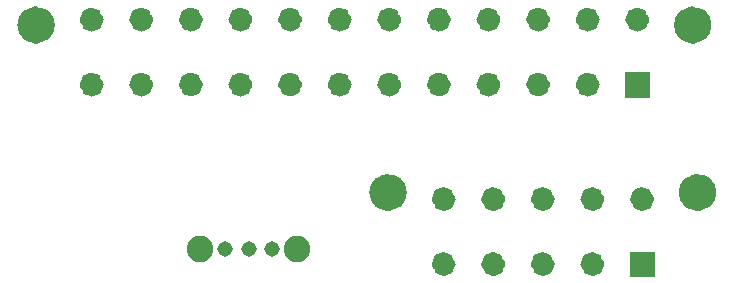
<source format=gbr>
%TF.GenerationSoftware,KiCad,Pcbnew,5.1.9+dfsg1-1~bpo10+1*%
%TF.CreationDate,2023-02-12T08:43:59+01:00*%
%TF.ProjectId,IIci_ATX,49496369-5f41-4545-982e-6b696361645f,rev?*%
%TF.SameCoordinates,Original*%
%TF.FileFunction,Soldermask,Bot*%
%TF.FilePolarity,Negative*%
%FSLAX46Y46*%
G04 Gerber Fmt 4.6, Leading zero omitted, Abs format (unit mm)*
G04 Created by KiCad (PCBNEW 5.1.9+dfsg1-1~bpo10+1) date 2023-02-12 08:43:59*
%MOMM*%
%LPD*%
G01*
G04 APERTURE LIST*
%ADD10C,0.010000*%
%ADD11C,1.026200*%
%ADD12C,1.576200*%
%ADD13C,3.000000*%
%ADD14C,1.308000*%
%ADD15C,2.250000*%
G04 APERTURE END LIST*
D10*
%TO.C,J1*%
G36*
X142873800Y-119273800D02*
G01*
X144926200Y-119273800D01*
X144926200Y-121326200D01*
X142873800Y-121326200D01*
X142873800Y-119273800D01*
G37*
X142873800Y-119273800D02*
X144926200Y-119273800D01*
X144926200Y-121326200D01*
X142873800Y-121326200D01*
X142873800Y-119273800D01*
D11*
X140213100Y-120300000D02*
G75*
G03*
X140213100Y-120300000I-513100J0D01*
G01*
X136013100Y-120300000D02*
G75*
G03*
X136013100Y-120300000I-513100J0D01*
G01*
X131813100Y-120300000D02*
G75*
G03*
X131813100Y-120300000I-513100J0D01*
G01*
X127613100Y-120300000D02*
G75*
G03*
X127613100Y-120300000I-513100J0D01*
G01*
X123413100Y-120300000D02*
G75*
G03*
X123413100Y-120300000I-513100J0D01*
G01*
X119213100Y-120300000D02*
G75*
G03*
X119213100Y-120300000I-513100J0D01*
G01*
X115013100Y-120300000D02*
G75*
G03*
X115013100Y-120300000I-513100J0D01*
G01*
X110813100Y-120300000D02*
G75*
G03*
X110813100Y-120300000I-513100J0D01*
G01*
X106613100Y-120300000D02*
G75*
G03*
X106613100Y-120300000I-513100J0D01*
G01*
X102413100Y-120300000D02*
G75*
G03*
X102413100Y-120300000I-513100J0D01*
G01*
X98213100Y-120300000D02*
G75*
G03*
X98213100Y-120300000I-513100J0D01*
G01*
X144413100Y-114800000D02*
G75*
G03*
X144413100Y-114800000I-513100J0D01*
G01*
X140213100Y-114800000D02*
G75*
G03*
X140213100Y-114800000I-513100J0D01*
G01*
X136013100Y-114800000D02*
G75*
G03*
X136013100Y-114800000I-513100J0D01*
G01*
X131813100Y-114800000D02*
G75*
G03*
X131813100Y-114800000I-513100J0D01*
G01*
X127613100Y-114800000D02*
G75*
G03*
X127613100Y-114800000I-513100J0D01*
G01*
X123413100Y-114800000D02*
G75*
G03*
X123413100Y-114800000I-513100J0D01*
G01*
X119213100Y-114800000D02*
G75*
G03*
X119213100Y-114800000I-513100J0D01*
G01*
X115013100Y-114800000D02*
G75*
G03*
X115013100Y-114800000I-513100J0D01*
G01*
X110813100Y-114800000D02*
G75*
G03*
X110813100Y-114800000I-513100J0D01*
G01*
X106613100Y-114800000D02*
G75*
G03*
X106613100Y-114800000I-513100J0D01*
G01*
X102413100Y-114800000D02*
G75*
G03*
X102413100Y-114800000I-513100J0D01*
G01*
X98213100Y-114800000D02*
G75*
G03*
X98213100Y-114800000I-513100J0D01*
G01*
D12*
X93788100Y-115260000D02*
G75*
G03*
X93788100Y-115260000I-788100J0D01*
G01*
X149388100Y-115260000D02*
G75*
G03*
X149388100Y-115260000I-788100J0D01*
G01*
D11*
%TO.C,J2*%
X128013100Y-130000000D02*
G75*
G03*
X128013100Y-130000000I-513100J0D01*
G01*
X132213100Y-130000000D02*
G75*
G03*
X132213100Y-130000000I-513100J0D01*
G01*
X136413100Y-130000000D02*
G75*
G03*
X136413100Y-130000000I-513100J0D01*
G01*
X128013100Y-135500000D02*
G75*
G03*
X128013100Y-135500000I-513100J0D01*
G01*
X132213100Y-135500000D02*
G75*
G03*
X132213100Y-135500000I-513100J0D01*
G01*
X136413100Y-135500000D02*
G75*
G03*
X136413100Y-135500000I-513100J0D01*
G01*
D12*
X123588100Y-129440000D02*
G75*
G03*
X123588100Y-129440000I-788100J0D01*
G01*
D11*
X140613100Y-130000000D02*
G75*
G03*
X140613100Y-130000000I-513100J0D01*
G01*
X144813100Y-130000000D02*
G75*
G03*
X144813100Y-130000000I-513100J0D01*
G01*
D12*
X149788100Y-129440000D02*
G75*
G03*
X149788100Y-129440000I-788100J0D01*
G01*
D11*
X140613100Y-135500000D02*
G75*
G03*
X140613100Y-135500000I-513100J0D01*
G01*
D10*
G36*
X145326200Y-134473800D02*
G01*
X143273800Y-134473800D01*
X143273800Y-136526200D01*
X145326200Y-136526200D01*
X145326200Y-134473800D01*
G37*
X145326200Y-134473800D02*
X143273800Y-134473800D01*
X143273800Y-136526200D01*
X145326200Y-136526200D01*
X145326200Y-134473800D01*
%TD*%
D13*
%TO.C,J1*%
X148600000Y-115260000D03*
X93000000Y-115260000D03*
%TD*%
D14*
%TO.C,U1*%
X109000000Y-134200000D03*
X113000000Y-134200000D03*
X111000000Y-134200000D03*
D15*
X115100000Y-134200000D03*
X106900000Y-134200000D03*
%TD*%
D13*
%TO.C,J2*%
X122800000Y-129440000D03*
X149000000Y-129440000D03*
%TD*%
M02*

</source>
